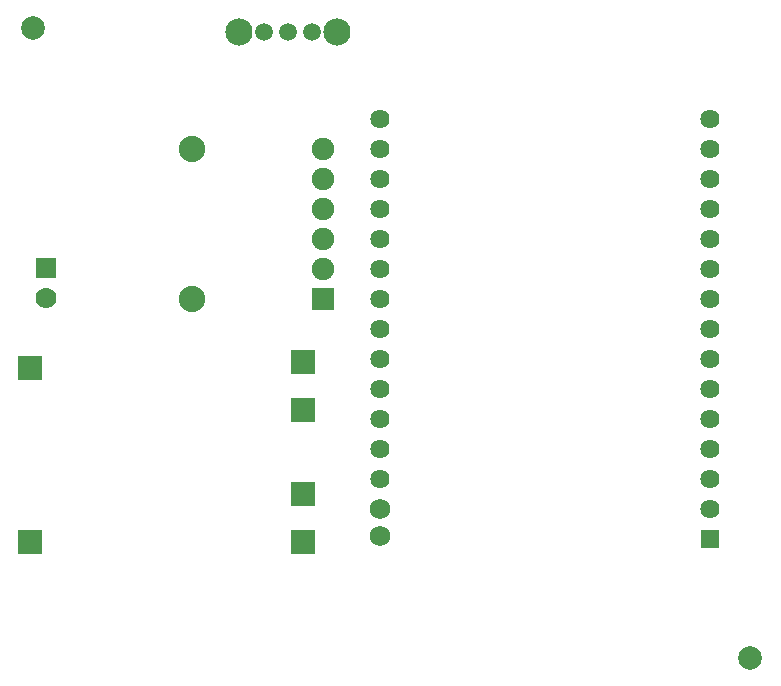
<source format=gbr>
G04*
G04 #@! TF.GenerationSoftware,Altium Limited,Altium Designer,24.6.1 (21)*
G04*
G04 Layer_Color=16711935*
%FSLAX44Y44*%
%MOMM*%
G71*
G04*
G04 #@! TF.SameCoordinates,455CBF28-0157-4816-AAA5-8F8310DED926*
G04*
G04*
G04 #@! TF.FilePolarity,Negative*
G04*
G01*
G75*
%ADD17C,1.6256*%
%ADD18C,1.7272*%
%ADD19R,1.6256X1.6256*%
%ADD20C,2.0032*%
%ADD21C,1.5112*%
%ADD22C,2.3032*%
%ADD23R,1.7782X1.7782*%
%ADD24C,1.7782*%
%ADD25R,2.0032X2.0032*%
%ADD26C,1.9016*%
%ADD27R,1.9016X1.9016*%
%ADD28C,2.2352*%
D17*
X1212850Y883920D02*
D03*
Y934720D02*
D03*
Y909320D02*
D03*
Y858520D02*
D03*
X1492250Y1137920D02*
D03*
Y833120D02*
D03*
Y1163320D02*
D03*
Y1112520D02*
D03*
Y1087120D02*
D03*
Y1061720D02*
D03*
Y1036320D02*
D03*
Y1010920D02*
D03*
Y985520D02*
D03*
Y960120D02*
D03*
Y934720D02*
D03*
Y909320D02*
D03*
Y883920D02*
D03*
Y858520D02*
D03*
X1212850Y1137920D02*
D03*
Y960120D02*
D03*
Y985520D02*
D03*
Y1010920D02*
D03*
Y1036320D02*
D03*
Y1061720D02*
D03*
Y1087120D02*
D03*
Y1112520D02*
D03*
Y1163320D02*
D03*
D18*
Y833120D02*
D03*
Y810260D02*
D03*
D19*
X1492250Y807720D02*
D03*
D20*
X919247Y1240364D02*
D03*
X1526540Y707390D02*
D03*
D21*
X1155060Y1236980D02*
D03*
X1115060D02*
D03*
X1135060D02*
D03*
D22*
X1176560D02*
D03*
X1093560D02*
D03*
D23*
X929810Y1037390D02*
D03*
D24*
Y1012390D02*
D03*
D25*
X916940Y952500D02*
D03*
Y805180D02*
D03*
X1148080Y957580D02*
D03*
Y805180D02*
D03*
Y916940D02*
D03*
Y845820D02*
D03*
D26*
X1164590Y1137920D02*
D03*
Y1112520D02*
D03*
Y1087120D02*
D03*
Y1061720D02*
D03*
Y1036320D02*
D03*
D27*
Y1010920D02*
D03*
D28*
X1054100D02*
D03*
Y1137920D02*
D03*
M02*

</source>
